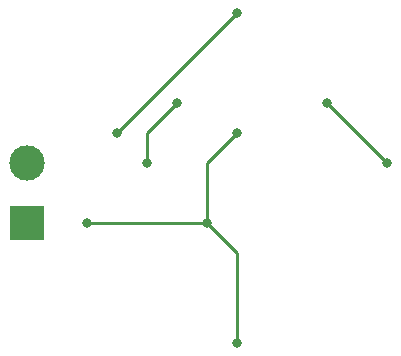
<source format=gbr>
%TF.GenerationSoftware,KiCad,Pcbnew,(6.0.10)*%
%TF.CreationDate,2023-02-17T12:01:16-08:00*%
%TF.ProjectId,lab5exercise2,6c616235-6578-4657-9263-697365322e6b,rev?*%
%TF.SameCoordinates,Original*%
%TF.FileFunction,Copper,L2,Bot*%
%TF.FilePolarity,Positive*%
%FSLAX46Y46*%
G04 Gerber Fmt 4.6, Leading zero omitted, Abs format (unit mm)*
G04 Created by KiCad (PCBNEW (6.0.10)) date 2023-02-17 12:01:16*
%MOMM*%
%LPD*%
G01*
G04 APERTURE LIST*
%TA.AperFunction,ComponentPad*%
%ADD10R,3.000000X3.000000*%
%TD*%
%TA.AperFunction,ComponentPad*%
%ADD11C,3.000000*%
%TD*%
%TA.AperFunction,ViaPad*%
%ADD12C,0.800000*%
%TD*%
%TA.AperFunction,Conductor*%
%ADD13C,0.250000*%
%TD*%
G04 APERTURE END LIST*
D10*
%TO.P,J1,1,Pin_1*%
%TO.N,+9V*%
X129540000Y-96520000D03*
D11*
%TO.P,J1,2,Pin_2*%
%TO.N,GND*%
X129540000Y-91440000D03*
%TD*%
D12*
%TO.N,/pin_2*%
X147320000Y-78740000D03*
X154940000Y-86360000D03*
X160020000Y-91440000D03*
X137160000Y-88900000D03*
%TO.N,Net-(D1-Pad1)*%
X142240000Y-86360000D03*
X139700000Y-91440000D03*
%TO.N,+9V*%
X147320000Y-106680000D03*
X147320000Y-88900000D03*
X134620000Y-96520000D03*
X144780000Y-96520000D03*
%TD*%
D13*
%TO.N,/pin_2*%
X154940000Y-86360000D02*
X160020000Y-91440000D01*
X137160000Y-88900000D02*
X147320000Y-78740000D01*
%TO.N,Net-(D1-Pad1)*%
X139700000Y-88900000D02*
X139700000Y-91440000D01*
X142240000Y-86360000D02*
X139700000Y-88900000D01*
%TO.N,+9V*%
X144780000Y-91440000D02*
X144780000Y-96520000D01*
X147320000Y-99060000D02*
X144780000Y-96520000D01*
X144780000Y-96520000D02*
X134620000Y-96520000D01*
X147320000Y-88900000D02*
X144780000Y-91440000D01*
X147320000Y-106680000D02*
X147320000Y-99060000D01*
%TD*%
M02*

</source>
